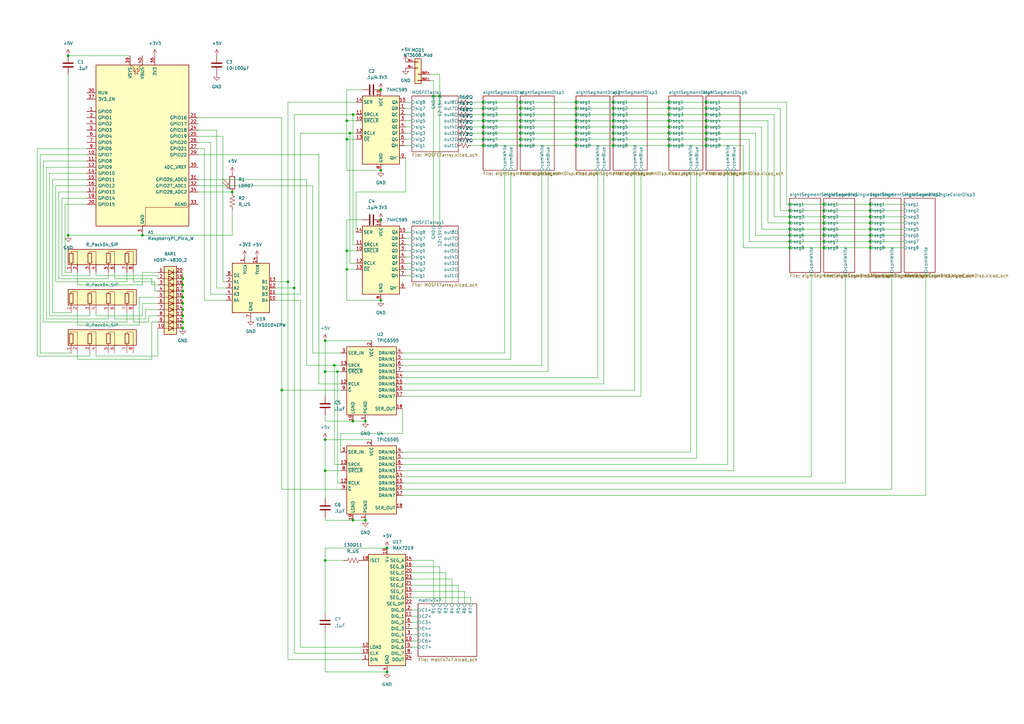
<source format=kicad_sch>
(kicad_sch (version 20250114) (generator "eeschema") (generator_version "9.0")
  (paper "A3")
  (lib_symbols
    (symbol "74xx:74HC595"
      (property "Reference" "U" (at -7.62 13.97 0))
      (property "Value" "74HC595" (at -7.62 -16.51 0))
      (symbol "74HC595_1_0"
        (pin input line (at -10.16 10.16 0) (length 2.54) (name "SER") (number "14"))
        (pin input line (at -10.16 5.08 0) (length 2.54) (name "SRCLK") (number "11"))
        (pin input line (at -10.16 2.54 0) (length 2.54) (name "~{SRCLR}") (number "10"))
        (pin input line (at -10.16 -2.54 0) (length 2.54) (name "RCLK") (number "12"))
        (pin input line (at -10.16 -5.08 0) (length 2.54) (name "~{OE}") (number "13"))
        (pin power_in line (at 0 15.24 270) (length 2.54) (name "VCC") (number "16"))
        (pin power_in line (at 0 -17.78 90) (length 2.54) (name "GND") (number "8"))
        (pin tri_state line (at 10.16 10.16 180) (length 2.54) (name "QA") (number "15"))
        (pin tri_state line (at 10.16 7.62 180) (length 2.54) (name "QB") (number "1"))
        (pin tri_state line (at 10.16 5.08 180) (length 2.54) (name "QC") (number "2"))
        (pin tri_state line (at 10.16 2.54 180) (length 2.54) (name "QD") (number "3"))
        (pin tri_state line (at 10.16 0 180) (length 2.54) (name "QE") (number "4"))
        (pin tri_state line (at 10.16 -2.54 180) (length 2.54) (name "QF") (number "5"))
        (pin tri_state line (at 10.16 -5.08 180) (length 2.54) (name "QG") (number "6"))
        (pin tri_state line (at 10.16 -7.62 180) (length 2.54) (name "QH") (number "7"))
        (pin output line (at 10.16 -12.7 180) (length 2.54) (name "QH'") (number "9"))
      )
    )
    (symbol "Connector_Generic:Conn_01x04" (pin_names (offset 1.016) (hide yes))
      (property "Reference" "MOD1" (at 0 7.366 0))
      (property "Value" "MT3608_Mod" (at 0 5.334 0))
      (symbol "Conn_01x04_1_1"
        (pin power_in line (at -5.08 2.54 0) (length 3.81) (name "Pin_1") (number "IN+"))
        (pin power_in line (at -5.08 0 0) (length 3.81) (name "Pin_2") (number "IN-"))
        (pin power_out line (at 5.08 -2.54 180) (length 3.81) (name "Pin_3") (number "OUT+"))
        (pin power_out line (at 5.08 -5.08 180) (length 3.81) (name "Pin_4") (number "OUT-"))
      )
    )
    (symbol "Device:C" (pin_numbers (hide yes)) (pin_names (offset 0.254))
      (property "Reference" "C" (at 0.635 2.54 0))
      (property "Value" "C" (at 0.635 -2.54 0))
      (symbol "C_1_1"
        (pin passive line (at 0 3.81 270) (length 2.794) (name "~") (number "1"))
        (pin passive line (at 0 -3.81 90) (length 2.794) (name "~") (number "2"))
      )
    )
    (symbol "Device:R_Pack04_SIP" (pin_names (offset 0) (hide yes))
      (property "Reference" "RN" (at -15.24 0 90))
      (property "Value" "R_Pack04_SIP" (at 15.24 0 90))
      (symbol "R_Pack04_SIP_1_1"
        (pin passive line (at -12.7 -5.08 90) (length 3.81) (name "R1.1") (number "1"))
        (pin passive line (at -10.16 -5.08 90) (length 3.81) (name "R1.2") (number "2"))
        (pin passive line (at -5.08 -5.08 90) (length 3.81) (name "R2.1") (number "3"))
        (pin passive line (at -2.54 -5.08 90) (length 3.81) (name "R2.2") (number "4"))
        (pin passive line (at 2.54 -5.08 90) (length 3.81) (name "R3.1") (number "5"))
        (pin passive line (at 5.08 -5.08 90) (length 3.81) (name "R3.2") (number "6"))
        (pin passive line (at 10.16 -5.08 90) (length 3.81) (name "R4.1") (number "7"))
        (pin passive line (at 12.7 -5.08 90) (length 3.81) (name "R4.2") (number "8"))
      )
    )
    (symbol "Device:R_Small_US" (pin_numbers (hide yes)) (pin_names (offset 0.254) (hide yes))
      (property "Reference" "R" (at 0.762 0.508 0))
      (property "Value" "R_Small_US" (at 0.762 -1.016 0))
      (symbol "R_Small_US_1_1"
        (pin passive line (at 0 2.54 270) (length 1.016) (name "~") (number "1"))
        (pin passive line (at 0 -2.54 90) (length 1.016) (name "~") (number "2"))
      )
    )
    (symbol "Device:R_US" (pin_numbers (hide yes)) (pin_names (offset 0))
      (property "Reference" "R" (at 2.54 0 90))
      (property "Value" "R_US" (at -2.54 0 90))
      (symbol "R_US_1_1"
        (pin passive line (at 0 3.81 270) (length 1.27) (name "~") (number "1"))
        (pin passive line (at 0 -3.81 90) (length 1.27) (name "~") (number "2"))
      )
    )
    (symbol "Driver_LED:MAX7219"
      (property "Reference" "U" (at -6.35 24.13 0))
      (property "Value" "MAX7219" (at 1.27 25.4 0))
      (symbol "MAX7219_1_1"
        (pin input line (at -10.16 20.32 0) (length 2.54) (name "ISET") (number "18"))
        (pin input line (at -10.16 -15.24 0) (length 2.54) (name "LOAD") (number "12"))
        (pin input line (at -10.16 -17.78 0) (length 2.54) (name "CLK") (number "13"))
        (pin input line (at -10.16 -20.32 0) (length 2.54) (name "DIN") (number "1"))
        (pin power_in line (at 0 25.4 270) (length 2.54) (name "V+") (number "19"))
        (pin power_in line (at 0 -25.4 90) (length 2.54) (name "GND") (number "4"))
        (pin passive line (at 0 -25.4 90) (length 2.54) (hide yes) (name "GND") (number "9"))
        (pin output line (at 10.16 20.32 180) (length 2.54) (name "SEG_A") (number "14"))
        (pin output line (at 10.16 17.78 180) (length 2.54) (name "SEG_B") (number "16"))
        (pin output line (at 10.16 15.24 180) (length 2.54) (name "SEG_C") (number "20"))
        (pin output line (at 10.16 12.7 180) (length 2.54) (name "SEG_D") (number "23"))
        (pin output line (at 10.16 10.16 180) (length 2.54) (name "SEG_E") (number "21"))
        (pin output line (at 10.16 7.62 180) (length 2.54) (name "SEG_F") (number "15"))
        (pin output line (at 10.16 5.08 180) (length 2.54) (name "SEG_G") (number "17"))
        (pin output line (at 10.16 2.54 180) (length 2.54) (name "SEG_DP") (number "22"))
        (pin output line (at 10.16 0 180) (length 2.54) (name "DIG_0") (number "2"))
        (pin output line (at 10.16 -2.54 180) (length 2.54) (name "DIG_1") (number "11"))
        (pin output line (at 10.16 -5.08 180) (length 2.54) (name "DIG_2") (number "6"))
        (pin output line (at 10.16 -7.62 180) (length 2.54) (name "DIG_3") (number "7"))
        (pin output line (at 10.16 -10.16 180) (length 2.54) (name "DIG_4") (number "3"))
        (pin output line (at 10.16 -12.7 180) (length 2.54) (name "DIG_5") (number "10"))
        (pin output line (at 10.16 -15.24 180) (length 2.54) (name "DIG_6") (number "5"))
        (pin output line (at 10.16 -17.78 180) (length 2.54) (name "DIG_7") (number "8"))
        (pin output line (at 10.16 -20.32 180) (length 2.54) (name "DOUT") (number "24"))
      )
    )
    (symbol "Interface_Expansion:TPIC6595" (pin_names (offset 0.381))
      (property "Reference" "U" (at -8.89 13.97 0))
      (property "Value" "TPIC6595" (at 6.35 13.97 0))
      (symbol "TPIC6595_1_1"
        (pin input line (at -12.7 10.16 0) (length 2.54) (name "SER_IN") (number "3"))
        (pin input line (at -12.7 5.08 0) (length 2.54) (name "SRCK") (number "13"))
        (pin input line (at -12.7 2.54 0) (length 2.54) (name "~{SRCLR}") (number "8"))
        (pin input line (at -12.7 -2.54 0) (length 2.54) (name "RCLK") (number "12"))
        (pin input line (at -12.7 -5.08 0) (length 2.54) (name "~{G}") (number "9"))
        (pin power_in line (at -7.62 -17.78 90) (length 2.54) (name "LGND") (number "19"))
        (pin power_in line (at -2.54 -17.78 90) (length 2.54) (name "PGND") (number "1"))
        (pin passive line (at -2.54 -17.78 90) (length 2.54) (hide yes) (name "PGND") (number "10"))
        (pin passive line (at -2.54 -17.78 90) (length 2.54) (hide yes) (name "PGND") (number "11"))
        (pin passive line (at -2.54 -17.78 90) (length 2.54) (hide yes) (name "PGND") (number "20"))
        (pin power_in line (at 0 15.24 270) (length 2.54) (name "VCC") (number "2"))
        (pin open_collector line (at 12.7 10.16 180) (length 2.54) (name "DRAIN0") (number "4"))
        (pin open_collector line (at 12.7 7.62 180) (length 2.54) (name "DRAIN1") (number "5"))
        (pin open_collector line (at 12.7 5.08 180) (length 2.54) (name "DRAIN2") (number "6"))
        (pin open_collector line (at 12.7 2.54 180) (length 2.54) (name "DRAIN3") (number "7"))
        (pin open_collector line (at 12.7 0 180) (length 2.54) (name "DRAIN4") (number "14"))
        (pin open_collector line (at 12.7 -2.54 180) (length 2.54) (name "DRAIN5") (number "15"))
        (pin open_collector line (at 12.7 -5.08 180) (length 2.54) (name "DRAIN6") (number "16"))
        (pin open_collector line (at 12.7 -7.62 180) (length 2.54) (name "DRAIN7") (number "17"))
        (pin output line (at 12.7 -12.7 180) (length 2.54) (name "SER_OUT") (number "18"))
      )
    )
    (symbol "LED:HDSP-4830_2" (pin_names (offset 1.016) (hide yes))
      (property "Reference" "BAR" (at 0 15.24 0))
      (property "Value" "HDSP-4830_2" (at 0 -17.78 0))
      (symbol "HDSP-4830_2_1_1"
        (pin passive line (at -5.08 10.16 0) (length 2.54) (name "A") (number "1"))
        (pin passive line (at -5.08 7.62 0) (length 2.54) (name "A") (number "2"))
        (pin passive line (at -5.08 5.08 0) (length 2.54) (name "A") (number "3"))
        (pin passive line (at -5.08 2.54 0) (length 2.54) (name "A") (number "4"))
        (pin passive line (at -5.08 0 0) (length 2.54) (name "A") (number "5"))
        (pin passive line (at -5.08 -2.54 0) (length 2.54) (name "A") (number "6"))
        (pin passive line (at -5.08 -5.08 0) (length 2.54) (name "A") (number "7"))
        (pin passive line (at -5.08 -7.62 0) (length 2.54) (name "A") (number "8"))
        (pin passive line (at -5.08 -10.16 0) (length 2.54) (name "A") (number "9"))
        (pin passive line (at -5.08 -12.7 0) (length 2.54) (name "A") (number "10"))
        (pin passive line (at 5.08 10.16 180) (length 2.54) (name "K") (number "20"))
        (pin passive line (at 5.08 7.62 180) (length 2.54) (name "K") (number "19"))
        (pin passive line (at 5.08 5.08 180) (length 2.54) (name "K") (number "18"))
        (pin passive line (at 5.08 2.54 180) (length 2.54) (name "K") (number "17"))
        (pin passive line (at 5.08 0 180) (length 2.54) (name "K") (number "16"))
        (pin passive line (at 5.08 -2.54 180) (length 2.54) (name "K") (number "15"))
        (pin passive line (at 5.08 -5.08 180) (length 2.54) (name "K") (number "14"))
        (pin passive line (at 5.08 -7.62 180) (length 2.54) (name "K") (number "13"))
        (pin passive line (at 5.08 -10.16 180) (length 2.54) (name "K") (number "12"))
        (pin passive line (at 5.08 -12.7 180) (length 2.54) (name "K") (number "11"))
      )
    )
    (symbol "Logic_LevelTranslator:TXS0104EPW"
      (property "Reference" "U" (at -7.62 11.43 0))
      (property "Value" "TXS0104EPW" (at 3.81 11.43 0))
      (symbol "TXS0104EPW_1_0"
        (pin no_connect line (at -7.62 -7.62 0) (length 2.54) (hide yes) (name "NC") (number "6"))
        (pin no_connect line (at 7.62 -7.62 180) (length 2.54) (hide yes) (name "NC") (number "9"))
      )
      (symbol "TXS0104EPW_1_1"
        (pin input line (at -10.16 5.08 0) (length 2.54) (name "OE") (number "8"))
        (pin bidirectional line (at -10.16 2.54 0) (length 2.54) (name "A1") (number "2"))
        (pin bidirectional line (at -10.16 0 0) (length 2.54) (name "A2") (number "3"))
        (pin bidirectional line (at -10.16 -2.54 0) (length 2.54) (name "A3") (number "4"))
        (pin bidirectional line (at -10.16 -5.08 0) (length 2.54) (name "A4") (number "5"))
        (pin power_in line (at -2.54 12.7 270) (length 2.54) (name "V_{CCA}") (number "1"))
        (pin power_in line (at 0 -12.7 90) (length 2.54) (name "GND") (number "7"))
        (pin power_in line (at 2.54 12.7 270) (length 2.54) (name "V_{CCB}") (number "14"))
        (pin bidirectional line (at 10.16 2.54 180) (length 2.54) (name "B1") (number "13"))
        (pin bidirectional line (at 10.16 0 180) (length 2.54) (name "B2") (number "12"))
        (pin bidirectional line (at 10.16 -2.54 180) (length 2.54) (name "B3") (number "11"))
        (pin bidirectional line (at 10.16 -5.08 180) (length 2.54) (name "B4") (number "10"))
      )
    )
    (symbol "MCU_Module:RaspberryPi_Pico_W" (pin_names (offset 0.762))
      (property "Reference" "A" (at -19.05 35.56 0))
      (property "Value" "RaspberryPi_Pico_W" (at 7.62 35.56 0))
      (symbol "RaspberryPi_Pico_W_1_1"
        (pin passive line (at -22.86 22.86 0) (length 3.81) (name "RUN") (number "30"))
        (pin passive line (at -22.86 20.32 0) (length 3.81) (name "3V3_EN") (number "37"))
        (pin bidirectional line (at -22.86 15.24 0) (length 3.81) (name "GPIO0") (number "1"))
        (pin bidirectional line (at -22.86 12.7 0) (length 3.81) (name "GPIO1") (number "2"))
        (pin bidirectional line (at -22.86 10.16 0) (length 3.81) (name "GPIO2") (number "4"))
        (pin bidirectional line (at -22.86 7.62 0) (length 3.81) (name "GPIO3") (number "5"))
        (pin bidirectional line (at -22.86 5.08 0) (length 3.81) (name "GPIO4") (number "6"))
        (pin bidirectional line (at -22.86 2.54 0) (length 3.81) (name "GPIO5") (number "7"))
        (pin bidirectional line (at -22.86 0 0) (length 3.81) (name "GPIO6") (number "9"))
        (pin bidirectional line (at -22.86 -2.54 0) (length 3.81) (name "GPIO7") (number "10"))
        (pin bidirectional line (at -22.86 -5.08 0) (length 3.81) (name "GPIO8") (number "11"))
        (pin bidirectional line (at -22.86 -7.62 0) (length 3.81) (name "GPIO9") (number "12"))
        (pin bidirectional line (at -22.86 -10.16 0) (length 3.81) (name "GPIO10") (number "14"))
        (pin bidirectional line (at -22.86 -12.7 0) (length 3.81) (name "GPIO11") (number "15"))
        (pin bidirectional line (at -22.86 -15.24 0) (length 3.81) (name "GPIO12") (number "16"))
        (pin bidirectional line (at -22.86 -17.78 0) (length 3.81) (name "GPIO13") (number "17"))
        (pin bidirectional line (at -22.86 -20.32 0) (length 3.81) (name "GPIO14") (number "19"))
        (pin bidirectional line (at -22.86 -22.86 0) (length 3.81) (name "GPIO15") (number "20"))
        (pin power_in line (at -5.08 38.1 270) (length 3.81) (name "VSYS") (number "39"))
        (pin power_out line (at 0 38.1 270) (length 3.81) (name "VBUS") (number "40"))
        (pin passive line (at 0 -35.56 90) (length 3.81) (hide yes) (name "GND") (number "13"))
        (pin passive line (at 0 -35.56 90) (length 3.81) (hide yes) (name "GND") (number "18"))
        (pin passive line (at 0 -35.56 90) (length 3.81) (hide yes) (name "GND") (number "23"))
        (pin passive line (at 0 -35.56 90) (length 3.81) (hide yes) (name "GND") (number "28"))
        (pin power_out line (at 0 -35.56 90) (length 3.81) (name "GND") (number "3"))
        (pin passive line (at 0 -35.56 90) (length 3.81) (hide yes) (name "GND") (number "38"))
        (pin passive line (at 0 -35.56 90) (length 3.81) (hide yes) (name "GND") (number "8"))
        (pin power_out line (at 5.08 38.1 270) (length 3.81) (name "3V3") (number "36"))
        (pin bidirectional line (at 22.86 12.7 180) (length 3.81) (name "GPIO16") (number "21"))
        (pin bidirectional line (at 22.86 10.16 180) (length 3.81) (name "GPIO17") (number "22"))
        (pin bidirectional line (at 22.86 7.62 180) (length 3.81) (name "GPIO18") (number "24"))
        (pin bidirectional line (at 22.86 5.08 180) (length 3.81) (name "GPIO19") (number "25"))
        (pin bidirectional line (at 22.86 2.54 180) (length 3.81) (name "GPIO20") (number "26"))
        (pin bidirectional line (at 22.86 0 180) (length 3.81) (name "GPIO21") (number "27"))
        (pin bidirectional line (at 22.86 -2.54 180) (length 3.81) (name "GPIO22") (number "29"))
        (pin power_in line (at 22.86 -7.62 180) (length 3.81) (name "ADC_VREF") (number "35"))
        (pin bidirectional line (at 22.86 -12.7 180) (length 3.81) (name "GPIO26_ADC0") (number "31"))
        (pin bidirectional line (at 22.86 -15.24 180) (length 3.81) (name "GPIO27_ADC1") (number "32"))
        (pin bidirectional line (at 22.86 -17.78 180) (length 3.81) (name "GPIO28_ADC2") (number "34"))
        (pin power_out line (at 22.86 -22.86 180) (length 3.81) (name "AGND") (number "33"))
      )
    )
    (symbol "Sensor_Optical:LDR07" (pin_numbers (hide yes)) (pin_names (offset 0))
      (property "Reference" "R" (at -5.08 0 90))
      (property "Value" "LDR07" (at 1.905 0 90))
      (symbol "LDR07_1_1"
        (pin passive line (at 0 3.81 270) (length 1.27) (name "~") (number "1"))
        (pin passive line (at 0 -3.81 90) (length 1.27) (name "~") (number "2"))
      )
    )
    (symbol "power:+3V3" (power) (pin_numbers (hide yes)) (pin_names (offset 0) (hide yes))
      (property "Value" "+3V3" (at 0 3.556 0))
      (symbol "+3V3_1_1"
        (pin power_in line (at 0 0 90) (length 0) (name "~") (number "1"))
      )
    )
    (symbol "power:+5V" (power) (pin_numbers (hide yes)) (pin_names (offset 0) (hide yes))
      (property "Value" "+5V" (at 0 3.556 0))
      (symbol "+5V_1_1"
        (pin power_in line (at 0 0 90) (length 0) (name "~") (number "1"))
      )
    )
    (symbol "power:GND" (power) (pin_numbers (hide yes)) (pin_names (offset 0) (hide yes))
      (property "Value" "GND" (at 0 -3.81 0))
      (symbol "GND_1_1"
        (pin power_in line (at 0 0 270) (length 0) (name "~") (number "1"))
      )
    )
  )
  (junction (at 289.56 46.99))
  (junction (at 198.12 59.69))
  (junction (at 356.87 101.6))
  (junction (at 337.82 88.9))
  (junction (at 74.93 119.38))
  (junction (at 251.46 46.99))
  (junction (at 274.32 54.61))
  (junction (at 58.42 96.52))
  (junction (at 289.56 59.69))
  (junction (at 213.36 54.61))
  (junction (at 274.32 52.07))
  (junction (at 251.46 41.91))
  (junction (at 289.56 44.45))
  (junction (at 236.22 44.45))
  (junction (at 323.85 101.6))
  (junction (at 74.93 114.3))
  (junction (at 323.85 88.9))
  (junction (at 337.82 83.82))
  (junction (at 337.82 86.36))
  (junction (at 337.82 96.52))
  (junction (at 144.78 172.72))
  (junction (at 27.94 96.52))
  (junction (at 144.78 46.99))
  (junction (at 236.22 52.07))
  (junction (at 289.56 41.91))
  (junction (at 115.57 160.02))
  (junction (at 289.56 49.53))
  (junction (at 198.12 52.07))
  (junction (at 149.86 213.36))
  (junction (at 198.12 41.91))
  (junction (at 95.25 78.74))
  (junction (at 337.82 93.98))
  (junction (at 289.56 57.15))
  (junction (at 236.22 54.61))
  (junction (at 356.87 96.52))
  (junction (at 74.93 134.62))
  (junction (at 74.93 124.46))
  (junction (at 323.85 83.82))
  (junction (at 236.22 49.53))
  (junction (at 27.94 22.86))
  (junction (at 274.32 44.45))
  (junction (at 323.85 93.98))
  (junction (at 133.35 229.87))
  (junction (at 74.93 121.92))
  (junction (at 213.36 46.99))
  (junction (at 156.21 123.19))
  (junction (at 74.93 129.54))
  (junction (at 74.93 116.84))
  (junction (at 198.12 46.99))
  (junction (at 118.11 115.57))
  (junction (at 180.34 39.37))
  (junction (at 251.46 49.53))
  (junction (at 142.24 110.49))
  (junction (at 236.22 46.99))
  (junction (at 198.12 49.53))
  (junction (at 323.85 96.52))
  (junction (at 158.75 275.59))
  (junction (at 274.32 59.69))
  (junction (at 236.22 41.91))
  (junction (at 156.21 90.17))
  (junction (at 156.21 36.83))
  (junction (at 213.36 52.07))
  (junction (at 213.36 57.15))
  (junction (at 323.85 91.44))
  (junction (at 289.56 54.61))
  (junction (at 251.46 54.61))
  (junction (at 198.12 54.61))
  (junction (at 213.36 59.69))
  (junction (at 337.82 99.06))
  (junction (at 144.78 213.36))
  (junction (at 177.8 39.37))
  (junction (at 142.24 57.15))
  (junction (at 137.16 149.86))
  (junction (at 356.87 91.44))
  (junction (at 323.85 86.36))
  (junction (at 236.22 59.69))
  (junction (at 198.12 44.45))
  (junction (at 213.36 41.91))
  (junction (at 356.87 83.82))
  (junction (at 337.82 91.44))
  (junction (at 356.87 99.06))
  (junction (at 198.12 57.15))
  (junction (at 149.86 172.72))
  (junction (at 251.46 52.07))
  (junction (at 120.65 118.11))
  (junction (at 133.35 139.7))
  (junction (at 158.75 224.79))
  (junction (at 156.21 69.85))
  (junction (at 251.46 44.45))
  (junction (at 142.24 49.53))
  (junction (at 274.32 57.15))
  (junction (at 74.93 132.08))
  (junction (at 213.36 49.53))
  (junction (at 274.32 41.91))
  (junction (at 133.35 193.04))
  (junction (at 356.87 86.36))
  (junction (at 274.32 49.53))
  (junction (at 138.43 152.4))
  (junction (at 251.46 57.15))
  (junction (at 323.85 99.06))
  (junction (at 251.46 59.69))
  (junction (at 236.22 57.15))
  (junction (at 274.32 46.99))
  (junction (at 142.24 102.87))
  (junction (at 133.35 180.34))
  (junction (at 74.93 127))
  (junction (at 143.51 54.61))
  (junction (at 133.35 152.4))
  (junction (at 356.87 88.9))
  (junction (at 289.56 52.07))
  (junction (at 356.87 93.98))
  (junction (at 337.82 101.6))
  (junction (at 213.36 44.45))
  (wire (pts (xy 332.74 195.58) (xy 165.1 195.58)))
  (wire (pts (xy 139.7 157.48) (xy 130.81 157.48)))
  (wire (pts (xy 52.07 128.27) (xy 52.07 132.08)))
  (wire (pts (xy 323.85 88.9) (xy 337.82 88.9)))
  (wire (pts (xy 24.13 114.3) (xy 44.45 114.3)))
  (wire (pts (xy 168.91 257.81) (xy 171.45 257.81)))
  (wire (pts (xy 323.85 88.9) (xy 317.5 88.9)))
  (wire (pts (xy 309.88 96.52) (xy 323.85 96.52)))
  (wire (pts (xy 332.74 111.76) (xy 332.74 195.58)))
  (wire (pts (xy 118.11 41.91) (xy 118.11 115.57)))
  (wire (pts (xy 142.24 57.15) (xy 142.24 69.85)))
  (wire (pts (xy 193.04 44.45) (xy 198.12 44.45)))
  (wire (pts (xy 146.05 78.74) (xy 146.05 95.25)))
  (wire (pts (xy 133.35 224.79) (xy 133.35 229.87)))
  (wire (pts (xy 59.69 127) (xy 64.77 127)))
  (wire (pts (xy 165.1 149.86) (xy 222.25 149.86)))
  (wire (pts (xy 44.45 130.81) (xy 44.45 128.27)))
  (wire (pts (xy 19.05 130.81) (xy 44.45 130.81)))
  (wire (pts (xy 133.35 212.09) (xy 133.35 213.36)))
  (wire (pts (xy 193.04 52.07) (xy 198.12 52.07)))
  (wire (pts (xy 166.37 102.87) (xy 168.91 102.87)))
  (wire (pts (xy 142.24 123.19) (xy 156.21 123.19)))
  (wire (pts (xy 185.42 237.49) (xy 185.42 247.65)))
  (wire (pts (xy 92.71 115.57) (xy 91.44 115.57)))
  (wire (pts (xy 356.87 86.36) (xy 370.84 86.36)))
  (wire (pts (xy 54.61 128.27) (xy 54.61 132.08)))
  (wire (pts (xy 31.75 147.32) (xy 31.75 144.78)))
  (wire (pts (xy 356.87 88.9) (xy 370.84 88.9)))
  (wire (pts (xy 139.7 190.5) (xy 137.16 190.5)))
  (wire (pts (xy 323.85 96.52) (xy 337.82 96.52)))
  (wire (pts (xy 213.36 49.53) (xy 236.22 49.53)))
  (wire (pts (xy 16.51 63.5) (xy 16.51 144.78)))
  (wire (pts (xy 274.32 59.69) (xy 289.56 59.69)))
  (wire (pts (xy 165.1 193.04) (xy 300.99 193.04)))
  (wire (pts (xy 166.37 95.25) (xy 168.91 95.25)))
  (wire (pts (xy 168.91 250.19) (xy 171.45 250.19)))
  (wire (pts (xy 193.04 54.61) (xy 198.12 54.61)))
  (wire (pts (xy 176.53 33.02) (xy 177.8 33.02)))
  (wire (pts (xy 63.5 115.57) (xy 63.5 119.38)))
  (wire (pts (xy 31.75 147.32) (xy 62.23 147.32)))
  (wire (pts (xy 35.56 73.66) (xy 21.59 73.66)))
  (wire (pts (xy 128.27 76.2) (xy 128.27 144.78)))
  (wire (pts (xy 64.77 134.62) (xy 64.77 146.05)))
  (wire (pts (xy 274.32 41.91) (xy 289.56 41.91)))
  (wire (pts (xy 133.35 193.04) (xy 133.35 204.47)))
  (wire (pts (xy 289.56 41.91) (xy 322.58 41.91)))
  (wire (pts (xy 289.56 49.53) (xy 314.96 49.53)))
  (wire (pts (xy 165.1 177.8) (xy 139.7 177.8)))
  (wire (pts (xy 168.91 229.87) (xy 177.8 229.87)))
  (wire (pts (xy 323.85 83.82) (xy 322.58 83.82)))
  (wire (pts (xy 26.67 111.76) (xy 29.21 111.76)))
  (wire (pts (xy 213.36 54.61) (xy 236.22 54.61)))
  (wire (pts (xy 133.35 170.18) (xy 133.35 172.72)))
  (wire (pts (xy 83.82 60.96) (xy 81.28 60.96)))
  (wire (pts (xy 31.75 128.27) (xy 31.75 133.35)))
  (wire (pts (xy 289.56 46.99) (xy 317.5 46.99)))
  (wire (pts (xy 323.85 91.44) (xy 337.82 91.44)))
  (wire (pts (xy 312.42 93.98) (xy 312.42 52.07)))
  (wire (pts (xy 289.56 54.61) (xy 309.88 54.61)))
  (wire (pts (xy 285.75 187.96) (xy 285.75 69.85)))
  (wire (pts (xy 137.16 149.86) (xy 125.73 149.86)))
  (wire (pts (xy 120.65 46.99) (xy 144.78 46.99)))
  (wire (pts (xy 120.65 118.11) (xy 120.65 46.99)))
  (wire (pts (xy 166.37 78.74) (xy 146.05 78.74)))
  (wire (pts (xy 19.05 68.58) (xy 19.05 130.81)))
  (wire (pts (xy 133.35 180.34) (xy 133.35 193.04)))
  (wire (pts (xy 142.24 90.17) (xy 148.59 90.17)))
  (wire (pts (xy 166.37 46.99) (xy 168.91 46.99)))
  (wire (pts (xy 64.77 146.05) (xy 39.37 146.05)))
  (wire (pts (xy 31.75 133.35) (xy 57.15 133.35)))
  (wire (pts (xy 168.91 234.95) (xy 182.88 234.95)))
  (wire (pts (xy 166.37 97.79) (xy 168.91 97.79)))
  (wire (pts (xy 146.05 41.91) (xy 118.11 41.91)))
  (wire (pts (xy 207.01 69.85) (xy 207.01 144.78)))
  (wire (pts (xy 21.59 73.66) (xy 21.59 128.27)))
  (wire (pts (xy 337.82 101.6) (xy 356.87 101.6)))
  (wire (pts (xy 251.46 59.69) (xy 274.32 59.69)))
  (wire (pts (xy 31.75 111.76) (xy 31.75 116.84)))
  (wire (pts (xy 356.87 91.44) (xy 370.84 91.44)))
  (wire (pts (xy 346.71 111.76) (xy 346.71 198.12)))
  (wire (pts (xy 166.37 110.49) (xy 168.91 110.49)))
  (wire (pts (xy 165.1 198.12) (xy 346.71 198.12)))
  (wire (pts (xy 74.93 121.92) (xy 74.93 124.46)))
  (wire (pts (xy 236.22 49.53) (xy 251.46 49.53)))
  (wire (pts (xy 133.35 275.59) (xy 158.75 275.59)))
  (wire (pts (xy 139.7 198.12) (xy 138.43 198.12)))
  (wire (pts (xy 289.56 52.07) (xy 312.42 52.07)))
  (wire (pts (xy 182.88 234.95) (xy 182.88 247.65)))
  (wire (pts (xy 274.32 44.45) (xy 289.56 44.45)))
  (wire (pts (xy 251.46 54.61) (xy 274.32 54.61)))
  (wire (pts (xy 168.91 232.41) (xy 180.34 232.41)))
  (wire (pts (xy 59.69 130.81) (xy 59.69 127)))
  (wire (pts (xy 323.85 99.06) (xy 337.82 99.06)))
  (wire (pts (xy 16.51 144.78) (xy 29.21 144.78)))
  (wire (pts (xy 177.8 39.37) (xy 177.8 92.71)))
  (wire (pts (xy 25.4 113.03) (xy 36.83 113.03)))
  (wire (pts (xy 166.37 54.61) (xy 168.91 54.61)))
  (wire (pts (xy 236.22 54.61) (xy 251.46 54.61)))
  (wire (pts (xy 142.24 110.49) (xy 146.05 110.49)))
  (wire (pts (xy 142.24 57.15) (xy 146.05 57.15)))
  (wire (pts (xy 120.65 267.97) (xy 148.59 267.97)))
  (wire (pts (xy 35.56 81.28) (xy 25.4 81.28)))
  (wire (pts (xy 115.57 48.26) (xy 115.57 160.02)))
  (wire (pts (xy 236.22 41.91) (xy 251.46 41.91)))
  (wire (pts (xy 52.07 111.76) (xy 52.07 115.57)))
  (wire (pts (xy 95.25 86.36) (xy 95.25 96.52)))
  (wire (pts (xy 251.46 52.07) (xy 274.32 52.07)))
  (wire (pts (xy 165.1 187.96) (xy 285.75 187.96)))
  (wire (pts (xy 142.24 49.53) (xy 142.24 57.15)))
  (wire (pts (xy 24.13 78.74) (xy 24.13 114.3)))
  (wire (pts (xy 113.03 118.11) (xy 120.65 118.11)))
  (wire (pts (xy 83.82 60.96) (xy 83.82 123.19)))
  (wire (pts (xy 166.37 52.07) (xy 168.91 52.07)))
  (wire (pts (xy 274.32 46.99) (xy 289.56 46.99)))
  (wire (pts (xy 314.96 91.44) (xy 323.85 91.44)))
  (wire (pts (xy 213.36 41.91) (xy 236.22 41.91)))
  (wire (pts (xy 166.37 41.91) (xy 168.91 41.91)))
  (wire (pts (xy 91.44 55.88) (xy 91.44 115.57)))
  (wire (pts (xy 25.4 81.28) (xy 25.4 113.03)))
  (wire (pts (xy 193.04 57.15) (xy 198.12 57.15)))
  (wire (pts (xy 115.57 160.02) (xy 139.7 160.02)))
  (wire (pts (xy 62.23 132.08) (xy 64.77 132.08)))
  (wire (pts (xy 144.78 172.72) (xy 149.86 172.72)))
  (wire (pts (xy 168.91 242.57) (xy 190.5 242.57)))
  (wire (pts (xy 337.82 93.98) (xy 356.87 93.98)))
  (wire (pts (xy 274.32 54.61) (xy 289.56 54.61)))
  (wire (pts (xy 81.28 73.66) (xy 125.73 73.66)))
  (wire (pts (xy 307.34 57.15) (xy 307.34 99.06)))
  (wire (pts (xy 36.83 129.54) (xy 36.83 128.27)))
  (wire (pts (xy 142.24 36.83) (xy 148.59 36.83)))
  (wire (pts (xy 139.7 177.8) (xy 139.7 185.42)))
  (wire (pts (xy 165.1 147.32) (xy 209.55 147.32)))
  (wire (pts (xy 81.28 48.26) (xy 115.57 48.26)))
  (wire (pts (xy 198.12 41.91) (xy 213.36 41.91)))
  (wire (pts (xy 262.89 162.56) (xy 165.1 162.56)))
  (wire (pts (xy 365.76 200.66) (xy 365.76 111.76)))
  (wire (pts (xy 86.36 58.42) (xy 86.36 120.65)))
  (wire (pts (xy 26.67 83.82) (xy 26.67 111.76)))
  (wire (pts (xy 54.61 115.57) (xy 63.5 115.57)))
  (wire (pts (xy 74.93 116.84) (xy 74.93 119.38)))
  (wire (pts (xy 113.03 123.19) (xy 123.19 123.19)))
  (wire (pts (xy 133.35 172.72) (xy 144.78 172.72)))
  (wire (pts (xy 81.28 78.74) (xy 95.25 78.74)))
  (wire (pts (xy 133.35 224.79) (xy 158.75 224.79)))
  (wire (pts (xy 180.34 232.41) (xy 180.34 247.65)))
  (wire (pts (xy 137.16 190.5) (xy 137.16 149.86)))
  (wire (pts (xy 16.51 63.5) (xy 35.56 63.5)))
  (wire (pts (xy 251.46 41.91) (xy 274.32 41.91)))
  (wire (pts (xy 165.1 154.94) (xy 245.11 154.94)))
  (wire (pts (xy 165.1 160.02) (xy 260.35 160.02)))
  (wire (pts (xy 143.51 54.61) (xy 146.05 54.61)))
  (wire (pts (xy 62.23 116.84) (xy 64.77 116.84)))
  (wire (pts (xy 213.36 46.99) (xy 236.22 46.99)))
  (wire (pts (xy 165.1 200.66) (xy 365.76 200.66)))
  (wire (pts (xy 166.37 100.33) (xy 168.91 100.33)))
  (wire (pts (xy 138.43 152.4) (xy 139.7 152.4)))
  (wire (pts (xy 60.96 129.54) (xy 64.77 129.54)))
  (wire (pts (xy 39.37 113.03) (xy 64.77 113.03)))
  (wire (pts (xy 245.11 69.85) (xy 245.11 154.94)))
  (wire (pts (xy 133.35 139.7) (xy 133.35 152.4)))
  (wire (pts (xy 166.37 59.69) (xy 168.91 59.69)))
  (wire (pts (xy 207.01 144.78) (xy 165.1 144.78)))
  (wire (pts (xy 274.32 57.15) (xy 289.56 57.15)))
  (wire (pts (xy 289.56 57.15) (xy 307.34 57.15)))
  (wire (pts (xy 133.35 229.87) (xy 140.97 229.87)))
  (wire (pts (xy 35.56 76.2) (xy 22.86 76.2)))
  (wire (pts (xy 15.24 60.96) (xy 15.24 146.05)))
  (wire (pts (xy 144.78 46.99) (xy 144.78 100.33)))
  (wire (pts (xy 304.8 59.69) (xy 304.8 101.6)))
  (wire (pts (xy 168.91 237.49) (xy 185.42 237.49)))
  (wire (pts (xy 309.88 54.61) (xy 309.88 96.52)))
  (wire (pts (xy 168.91 265.43) (xy 171.45 265.43)))
  (wire (pts (xy 337.82 96.52) (xy 356.87 96.52)))
  (wire (pts (xy 17.78 132.08) (xy 52.07 132.08)))
  (wire (pts (xy 15.24 146.05) (xy 36.83 146.05)))
  (wire (pts (xy 251.46 57.15) (xy 274.32 57.15)))
  (wire (pts (xy 27.94 96.52) (xy 58.42 96.52)))
  (wire (pts (xy 81.28 53.34) (xy 88.9 53.34)))
  (wire (pts (xy 323.85 93.98) (xy 312.42 93.98)))
  (wire (pts (xy 58.42 111.76) (xy 64.77 111.76)))
  (wire (pts (xy 63.5 119.38) (xy 64.77 119.38)))
  (wire (pts (xy 60.96 132.08) (xy 60.96 129.54)))
  (wire (pts (xy 46.99 114.3) (xy 62.23 114.3)))
  (wire (pts (xy 247.65 69.85) (xy 247.65 157.48)))
  (wire (pts (xy 193.04 49.53) (xy 198.12 49.53)))
  (wire (pts (xy 289.56 44.45) (xy 320.04 44.45)))
  (wire (pts (xy 379.73 111.76) (xy 379.73 203.2)))
  (wire (pts (xy 128.27 144.78) (xy 139.7 144.78)))
  (wire (pts (xy 142.24 36.83) (xy 142.24 49.53)))
  (wire (pts (xy 146.05 107.95) (xy 143.51 107.95)))
  (wire (pts (xy 320.04 86.36) (xy 323.85 86.36)))
  (wire (pts (xy 142.24 90.17) (xy 142.24 102.87)))
  (wire (pts (xy 274.32 52.07) (xy 289.56 52.07)))
  (wire (pts (xy 31.75 116.84) (xy 58.42 116.84)))
  (wire (pts (xy 165.1 157.48) (xy 247.65 157.48)))
  (wire (pts (xy 142.24 102.87) (xy 146.05 102.87)))
  (wire (pts (xy 283.21 185.42) (xy 165.1 185.42)))
  (wire (pts (xy 337.82 86.36) (xy 356.87 86.36)))
  (wire (pts (xy 166.37 105.41) (xy 168.91 105.41)))
  (wire (pts (xy 39.37 129.54) (xy 58.42 129.54)))
  (wire (pts (xy 74.93 111.76) (xy 74.93 114.3)))
  (wire (pts (xy 74.93 129.54) (xy 74.93 132.08)))
  (wire (pts (xy 356.87 93.98) (xy 370.84 93.98)))
  (wire (pts (xy 64.77 113.03) (xy 64.77 114.3)))
  (wire (pts (xy 198.12 46.99) (xy 213.36 46.99)))
  (wire (pts (xy 39.37 111.76) (xy 39.37 113.03)))
  (wire (pts (xy 138.43 198.12) (xy 138.43 152.4)))
  (wire (pts (xy 46.99 111.76) (xy 46.99 114.3)))
  (wire (pts (xy 337.82 83.82) (xy 356.87 83.82)))
  (wire (pts (xy 142.24 69.85) (xy 156.21 69.85)))
  (wire (pts (xy 46.99 130.81) (xy 59.69 130.81)))
  (wire (pts (xy 22.86 76.2) (xy 22.86 115.57)))
  (wire (pts (xy 236.22 57.15) (xy 251.46 57.15)))
  (wire (pts (xy 274.32 49.53) (xy 289.56 49.53)))
  (wire (pts (xy 133.35 139.7) (xy 152.4 139.7)))
  (wire (pts (xy 39.37 128.27) (xy 39.37 129.54)))
  (wire (pts (xy 198.12 52.07) (xy 213.36 52.07)))
  (wire (pts (xy 133.35 213.36) (xy 144.78 213.36)))
  (wire (pts (xy 283.21 69.85) (xy 283.21 185.42)))
  (wire (pts (xy 92.71 118.11) (xy 88.9 118.11)))
  (wire (pts (xy 35.56 66.04) (xy 17.78 66.04)))
  (wire (pts (xy 81.28 58.42) (xy 86.36 58.42)))
  (wire (pts (xy 322.58 83.82) (xy 322.58 41.91)))
  (wire (pts (xy 57.15 121.92) (xy 64.77 121.92)))
  (wire (pts (xy 209.55 69.85) (xy 209.55 147.32)))
  (wire (pts (xy 130.81 157.48) (xy 130.81 63.5)))
  (wire (pts (xy 193.04 245.11) (xy 193.04 247.65)))
  (wire (pts (xy 198.12 44.45) (xy 213.36 44.45)))
  (wire (pts (xy 168.91 262.89) (xy 171.45 262.89)))
  (wire (pts (xy 236.22 52.07) (xy 251.46 52.07)))
  (wire (pts (xy 193.04 59.69) (xy 198.12 59.69)))
  (wire (pts (xy 165.1 203.2) (xy 379.73 203.2)))
  (wire (pts (xy 44.45 114.3) (xy 44.45 111.76)))
  (wire (pts (xy 133.35 259.08) (xy 133.35 275.59)))
  (wire (pts (xy 323.85 101.6) (xy 337.82 101.6)))
  (wire (pts (xy 113.03 120.65) (xy 123.19 120.65)))
  (wire (pts (xy 144.78 46.99) (xy 146.05 46.99)))
  (wire (pts (xy 187.96 240.03) (xy 187.96 247.65)))
  (wire (pts (xy 298.45 190.5) (xy 165.1 190.5)))
  (wire (pts (xy 356.87 101.6) (xy 370.84 101.6)))
  (wire (pts (xy 193.04 46.99) (xy 198.12 46.99)))
  (wire (pts (xy 166.37 44.45) (xy 168.91 44.45)))
  (wire (pts (xy 166.37 49.53) (xy 168.91 49.53)))
  (wire (pts (xy 168.91 260.35) (xy 171.45 260.35)))
  (wire (pts (xy 213.36 52.07) (xy 236.22 52.07)))
  (wire (pts (xy 62.23 114.3) (xy 62.23 116.84)))
  (wire (pts (xy 21.59 128.27) (xy 29.21 128.27)))
  (wire (pts (xy 236.22 44.45) (xy 251.46 44.45)))
  (wire (pts (xy 356.87 96.52) (xy 370.84 96.52)))
  (wire (pts (xy 142.24 110.49) (xy 142.24 123.19)))
  (wire (pts (xy 123.19 120.65) (xy 123.19 54.61)))
  (wire (pts (xy 236.22 59.69) (xy 251.46 59.69)))
  (wire (pts (xy 35.56 83.82) (xy 26.67 83.82)))
  (wire (pts (xy 317.5 88.9) (xy 317.5 46.99)))
  (wire (pts (xy 180.34 30.48) (xy 176.53 30.48)))
  (wire (pts (xy 356.87 99.06) (xy 370.84 99.06)))
  (wire (pts (xy 35.56 78.74) (xy 24.13 78.74)))
  (wire (pts (xy 168.91 245.11) (xy 193.04 245.11)))
  (wire (pts (xy 190.5 242.57) (xy 190.5 247.65)))
  (wire (pts (xy 74.93 127) (xy 74.93 129.54)))
  (wire (pts (xy 125.73 149.86) (xy 125.73 73.66)))
  (wire (pts (xy 166.37 57.15) (xy 168.91 57.15)))
  (wire (pts (xy 166.37 64.77) (xy 166.37 78.74)))
  (wire (pts (xy 83.82 123.19) (xy 92.71 123.19)))
  (wire (pts (xy 180.34 39.37) (xy 180.34 92.71)))
  (wire (pts (xy 27.94 30.48) (xy 27.94 96.52)))
  (wire (pts (xy 193.04 41.91) (xy 198.12 41.91)))
  (wire (pts (xy 118.11 115.57) (xy 118.11 270.51)))
  (wire (pts (xy 133.35 193.04) (xy 139.7 193.04)))
  (wire (pts (xy 15.24 60.96) (xy 35.56 60.96)))
  (wire (pts (xy 323.85 93.98) (xy 337.82 93.98)))
  (wire (pts (xy 337.82 88.9) (xy 356.87 88.9)))
  (wire (pts (xy 54.61 111.76) (xy 54.61 115.57)))
  (wire (pts (xy 123.19 265.43) (xy 148.59 265.43)))
  (wire (pts (xy 144.78 213.36) (xy 149.86 213.36)))
  (wire (pts (xy 138.43 152.4) (xy 133.35 152.4)))
  (wire (pts (xy 81.28 76.2) (xy 128.27 76.2)))
  (wire (pts (xy 88.9 53.34) (xy 88.9 118.11)))
  (wire (pts (xy 74.93 114.3) (xy 74.93 116.84)))
  (wire (pts (xy 139.7 149.86) (xy 137.16 149.86)))
  (wire (pts (xy 62.23 147.32) (xy 62.23 132.08)))
  (wire (pts (xy 314.96 49.53) (xy 314.96 91.44)))
  (wire (pts (xy 166.37 107.95) (xy 168.91 107.95)))
  (wire (pts (xy 251.46 46.99) (xy 274.32 46.99)))
  (wire (pts (xy 81.28 63.5) (xy 130.81 63.5)))
  (wire (pts (xy 113.03 115.57) (xy 118.11 115.57)))
  (wire (pts (xy 260.35 69.85) (xy 260.35 160.02)))
  (wire (pts (xy 58.42 96.52) (xy 95.25 96.52)))
  (wire (pts (xy 177.8 33.02) (xy 177.8 39.37)))
  (wire (pts (xy 58.42 116.84) (xy 58.42 111.76)))
  (wire (pts (xy 17.78 66.04) (xy 17.78 132.08)))
  (wire (pts (xy 58.42 124.46) (xy 64.77 124.46)))
  (wire (pts (xy 139.7 200.66) (xy 115.57 200.66)))
  (wire (pts (xy 356.87 83.82) (xy 370.84 83.82)))
  (wire (pts (xy 213.36 57.15) (xy 236.22 57.15)))
  (wire (pts (xy 198.12 59.69) (xy 213.36 59.69)))
  (wire (pts (xy 46.99 128.27) (xy 46.99 130.81)))
  (wire (pts (xy 180.34 30.48) (xy 180.34 39.37)))
  (wire (pts (xy 74.93 119.38) (xy 74.93 121.92)))
  (wire (pts (xy 320.04 44.45) (xy 320.04 86.36)))
  (wire (pts (xy 304.8 101.6) (xy 323.85 101.6)))
  (wire (pts (xy 36.83 146.05) (xy 36.83 144.78)))
  (wire (pts (xy 298.45 69.85) (xy 298.45 190.5)))
  (wire (pts (xy 74.93 124.46) (xy 74.93 127)))
  (wire (pts (xy 300.99 69.85) (xy 300.99 193.04)))
  (wire (pts (xy 22.86 115.57) (xy 52.07 115.57)))
  (wire (pts (xy 35.56 71.12) (xy 20.32 71.12)))
  (wire (pts (xy 165.1 167.64) (xy 165.1 177.8)))
  (wire (pts (xy 337.82 91.44) (xy 356.87 91.44)))
  (wire (pts (xy 323.85 83.82) (xy 337.82 83.82)))
  (wire (pts (xy 165.1 152.4) (xy 224.79 152.4)))
  (wire (pts (xy 224.79 69.85) (xy 224.79 152.4)))
  (wire (pts (xy 337.82 99.06) (xy 356.87 99.06)))
  (wire (pts (xy 20.32 129.54) (xy 36.83 129.54)))
  (wire (pts (xy 168.91 240.03) (xy 187.96 240.03)))
  (wire (pts (xy 251.46 49.53) (xy 274.32 49.53)))
  (wire (pts (xy 118.11 270.51) (xy 148.59 270.51)))
  (wire (pts (xy 198.12 49.53) (xy 213.36 49.53)))
  (wire (pts (xy 222.25 69.85) (xy 222.25 149.86)))
  (wire (pts (xy 123.19 123.19) (xy 123.19 265.43)))
  (wire (pts (xy 58.42 129.54) (xy 58.42 124.46)))
  (wire (pts (xy 166.37 113.03) (xy 168.91 113.03)))
  (wire (pts (xy 177.8 229.87) (xy 177.8 247.65)))
  (wire (pts (xy 262.89 69.85) (xy 262.89 162.56)))
  (wire (pts (xy 74.93 132.08) (xy 74.93 134.62)))
  (wire (pts (xy 198.12 57.15) (xy 213.36 57.15)))
  (wire (pts (xy 251.46 44.45) (xy 274.32 44.45)))
  (wire (pts (xy 213.36 59.69) (xy 236.22 59.69)))
  (wire (pts (xy 20.32 71.12) (xy 20.32 129.54)))
  (wire (pts (xy 133.35 229.87) (xy 133.35 251.46)))
  (wire (pts (xy 86.36 120.65) (xy 92.71 120.65)))
  (wire (pts (xy 35.56 68.58) (xy 19.05 68.58)))
  (wire (pts (xy 115.57 160.02) (xy 115.57 200.66)))
  (wire (pts (xy 198.12 54.61) (xy 213.36 54.61)))
  (wire (pts (xy 133.35 180.34) (xy 152.4 180.34)))
  (wire (pts (xy 236.22 46.99) (xy 251.46 46.99)))
  (wire (pts (xy 213.36 44.45) (xy 236.22 44.45)))
  (wire (pts (xy 323.85 99.06) (xy 307.34 99.06)))
  (wire (pts (xy 53.34 22.86) (xy 27.94 22.86)))
  (wire (pts (xy 143.51 107.95) (xy 143.51 54.61)))
  (wire (pts (xy 39.37 146.05) (xy 39.37 144.78)))
  (wire (pts (xy 323.85 86.36) (xy 337.82 86.36)))
  (wire (pts (xy 168.91 255.27) (xy 171.45 255.27)))
  (wire (pts (xy 123.19 54.61) (xy 143.51 54.61)))
  (wire (pts (xy 142.24 102.87) (xy 142.24 110.49)))
  (wire (pts (xy 133.35 152.4) (xy 133.35 162.56)))
  (wire (pts (xy 168.91 252.73) (xy 171.45 252.73)))
  (wire (pts (xy 36.83 111.76) (xy 36.83 113.03)))
  (wire (pts (xy 81.28 55.88) (xy 91.44 55.88)))
  (wire (pts (xy 289.56 59.69) (xy 304.8 59.69)))
  (wire (pts (xy 57.15 133.35) (xy 57.15 121.92)))
  (wire (pts (xy 142.24 49.53) (xy 146.05 49.53)))
  (wire (pts (xy 146.05 100.33) (xy 144.78 100.33)))
  (wire (pts (xy 54.61 132.08) (xy 60.96 132.08)))
  (wire (pts (xy 120.65 118.11) (xy 120.65 267.97)))
  (symbol (lib_id "Device:C") (at 88.9 26.67 0) (unit 1)
    (property "Reference" "C3" (at 92.71 25.3999 0) (effects (justify left)))
    (property "Value" "10~100μF" (at 92.71 27.9399 0) (effects (justify left)))
    (property "Description" "Unpolarized capacitor" (effects (hide yes)))
  )
  (symbol (lib_id "power:+3V3") (at 156.21 90.17 0) (unit 1)
    (property "Reference" "#PWR09" (effects (hide yes)))
    (property "Value" "+3V3" (at 156.21 85.09 0))
    (property "Description" "Power symbol creates a global label with name \"+3V3\"" (effects (hide yes)))
  )
  (symbol (lib_id "power:GND") (at 166.37 27.94 0) (unit 1)
    (property "Reference" "#PWR023" (effects (hide yes)))
    (property "Value" "GND" (at 166.37 33.02 0))
    (property "Description" "Power symbol creates a global label with name \"GND\" , ground" (effects (hide yes)))
  )
  (symbol (lib_id "Device:R_Small_US") (at 190.5 44.45 90) (unit 1)
    (property "Reference" "R67" (at 188.214 42.418 90) (effects (justify right)))
    (property "Value" "?Ω" (at 191.262 42.418 90) (effects (justify right)))
    (property "Description" "Resistor, small US symbol" (effects (hide yes)))
  )
  (symbol (lib_id "Device:C") (at 133.35 166.37 180) (unit 1)
    (property "Reference" "C5" (at 137.16 165.0999 0) (effects (justify right)))
    (property "Value" ".1μF" (at 137.16 167.6399 0) (effects (justify right)))
    (property "Description" "Unpolarized capacitor" (effects (hide yes)))
  )
  (symbol (lib_id "power:+5V") (at 27.94 22.86 0) (unit 1)
    (property "Reference" "#PWR03" (effects (hide yes)))
    (property "Value" "+5V" (at 27.94 17.78 0))
    (property "Description" "Power symbol creates a global label with name \"+5V\"" (effects (hide yes)))
  )
  (symbol (lib_id "power:+5V") (at 158.75 224.79 0) (unit 1)
    (property "Reference" "#PWR018" (effects (hide yes)))
    (property "Value" "+5V" (at 158.75 219.71 0))
    (property "Description" "Power symbol creates a global label with name \"+5V\"" (effects (hide yes)))
  )
  (symbol (lib_id "Device:R_Pack04_SIP") (at 41.91 139.7 0) (unit 1)
    (property "Reference" "RN7" (effects (hide yes)))
    (property "Value" "R_Pack04_SIP" (at 41.91 133.35 0))
    (property "Footprint" "Resistor_THT:R_Array_SIP8" (effects (hide yes)))
    (property "Datasheet" "http://www.vishay.com/docs/31509/csc.pdf" (effects (hide yes)))
    (property "Description" "4 resistor network, parallel topology, SIP package" (effects (hide yes)))
  )
  (symbol (lib_id "Device:C") (at 133.35 208.28 180) (unit 1)
    (property "Reference" "C6" (at 137.16 207.0099 0) (effects (justify right)))
    (property "Value" ".1μF" (at 137.16 209.5499 0) (effects (justify right)))
    (property "Description" "Unpolarized capacitor" (effects (hide yes)))
  )
  (symbol (lib_id "Device:R_US") (at 144.78 229.87 270) (unit 1)
    (property "Reference" "130Ω11" (at 144.78 223.52 90))
    (property "Value" "R_US" (at 144.78 226.06 90))
    (property "Description" "Resistor, US symbol" (effects (hide yes)))
  )
  (symbol (lib_id "power:+5V") (at 133.35 180.34 0) (unit 1)
    (property "Reference" "#PWR016" (effects (hide yes)))
    (property "Value" "+5V" (at 133.35 175.26 0))
    (property "Description" "Power symbol creates a global label with name \"+5V\"" (effects (hide yes)))
  )
  (symbol (lib_id "Device:R_Small_US") (at 190.5 59.69 90) (unit 1)
    (property "Reference" "R73" (at 188.214 57.658 90) (effects (justify right)))
    (property "Value" "?Ω" (at 191.262 57.658 90) (effects (justify right)))
    (property "Description" "Resistor, small US symbol" (effects (hide yes)))
  )
  (symbol (lib_id "74xx:74HC595") (at 156.21 52.07 0) (unit 1)
    (property "Reference" "U1" (effects (hide yes)))
    (property "Value" "74HC595" (at 158.3533 36.83 0) (effects (justify left)))
    (property "Datasheet" "http://www.ti.com/lit/ds/symlink/sn74hc595.pdf" (effects (hide yes)))
    (property "Description" "8-bit serial in/out Shift Register 3-State Outputs" (effects (hide yes)))
  )
  (symbol (lib_id "power:GND") (at 88.9 30.48 0) (unit 1)
    (property "Reference" "#PWR02" (effects (hide yes)))
    (property "Value" "GND" (at 88.9 35.56 0))
    (property "Description" "Power symbol creates a global label with name \"GND\" , ground" (effects (hide yes)))
  )
  (symbol (lib_id "power:GND") (at 149.86 213.36 0) (unit 1)
    (property "Reference" "#PWR013" (effects (hide yes)))
    (property "Value" "GND" (at 149.86 218.44 0))
    (property "Description" "Power symbol creates a global label with name \"GND\" , ground" (effects (hide yes)))
  )
  (symbol (lib_id "power:+5V") (at 105.41 105.41 0) (unit 1)
    (property "Reference" "#PWR020" (effects (hide yes)))
    (property "Value" "+5V" (at 105.41 100.33 0))
    (property "Description" "Power symbol creates a global label with name \"+5V\"" (effects (hide yes)))
  )
  (symbol (lib_id "Device:R_Small_US") (at 190.5 52.07 90) (unit 1)
    (property "Reference" "R70" (at 188.214 50.038 90) (effects (justify right)))
    (property "Value" "?Ω" (at 191.262 50.038 90) (effects (justify right)))
    (property "Description" "Resistor, small US symbol" (effects (hide yes)))
  )
  (symbol (lib_id "Sensor_Optical:LDR07") (at 95.25 74.93 0) (unit 1)
    (property "Reference" "R1" (at 97.79 73.6599 0) (effects (justify left)))
    (property "Value" "LDR07" (at 97.79 76.1999 0) (effects (justify left)))
    (property "Footprint" "OptoDevice:R_LDR_5.1x4.3mm_P3.4mm_Vertical" (effects (hide yes)))
    (property "Datasheet" "http://www.tme.eu/de/Document/f2e3ad76a925811312d226c31da4cd7e/LDR07.pdf" (effects (hide yes)))
    (property "Description" "light dependent resistor" (effects (hide yes)))
  )
  (symbol (lib_id "power:+3V3") (at 156.21 36.83 0) (unit 1)
    (property "Reference" "#PWR06" (effects (hide yes)))
    (property "Value" "+3V3" (at 156.21 31.75 0))
    (property "Description" "Power symbol creates a global label with name \"+3V3\"" (effects (hide yes)))
  )
  (symbol (lib_id "power:GND") (at 102.87 130.81 0) (unit 1)
    (property "Reference" "#PWR021" (effects (hide yes)))
    (property "Value" "GND" (at 102.87 135.89 0))
    (property "Description" "Power symbol creates a global label with name \"GND\" , ground" (effects (hide yes)))
  )
  (symbol (lib_id "Device:C") (at 27.94 26.67 0) (unit 1)
    (property "Reference" "C1" (at 31.75 25.3999 0) (effects (justify left)))
    (property "Value" ".1μF" (at 31.75 27.9399 0) (effects (justify left)))
    (property "Description" "Unpolarized capacitor" (effects (hide yes)))
  )
  (symbol (lib_id "power:+5V") (at 88.9 22.86 0) (unit 1)
    (property "Reference" "#PWR01" (effects (hide yes)))
    (property "Value" "+5V" (at 88.9 17.78 0))
    (property "Description" "Power symbol creates a global label with name \"+5V\"" (effects (hide yes)))
  )
  (symbol (lib_id "Device:C") (at 152.4 90.17 90) (unit 1)
    (property "Reference" "C4" (at 152.4 82.55 90))
    (property "Value" ".1μF" (at 152.4 85.09 90))
    (property "Description" "Unpolarized capacitor" (effects (hide yes)))
  )
  (symbol (lib_id "MCU_Module:RaspberryPi_Pico_W") (at 58.42 60.96 0) (unit 1)
    (property "Reference" "A1" (at 60.5633 95.25 0) (effects (justify left)))
    (property "Value" "RaspberryPi_Pico_W" (at 60.5633 97.79 0) (effects (justify left)))
    (property "Footprint" "Module:RaspberryPi_Pico_W_SMD_HandSolder" (effects (hide yes)))
    (property "Datasheet" "https://datasheets.raspberrypi.com/picow/pico-w-datasheet.pdf" (effects (hide yes)))
    (property "Description" "Versatile and inexpensive wireless microcontroller module powered by RP2040 dual-core Arm Cortex-M0+ processor up to 133 MHz, 264kB SRAM, 2MB QSPI flash, Infineon CYW43439 2.4GHz 802.11n wireless LAN; also supports Raspberry Pi Pico 2 W" (effects (hide yes)))
  )
  (symbol (lib_id "Device:R_Small_US") (at 190.5 49.53 90) (unit 1)
    (property "Reference" "R69" (at 188.214 47.498 90) (effects (justify right)))
    (property "Value" "?Ω" (at 191.262 47.498 90) (effects (justify right)))
    (property "Description" "Resistor, small US symbol" (effects (hide yes)))
  )
  (symbol (lib_id "Device:R_Pack04_SIP") (at 41.91 123.19 0) (unit 1)
    (property "Reference" "RN6" (effects (hide yes)))
    (property "Value" "R_Pack04_SIP" (at 41.91 116.84 0))
    (property "Footprint" "Resistor_THT:R_Array_SIP8" (effects (hide yes)))
    (property "Datasheet" "http://www.vishay.com/docs/31509/csc.pdf" (effects (hide yes)))
    (property "Description" "4 resistor network, parallel topology, SIP package" (effects (hide yes)))
  )
  (symbol (lib_id "Device:R_Small_US") (at 190.5 41.91 90) (unit 1)
    (property "Reference" "R66" (at 188.214 39.878 90) (effects (justify right)))
    (property "Value" "?Ω" (at 191.262 39.878 90) (effects (justify right)))
    (property "Description" "Resistor, small US symbol" (effects (hide yes)))
  )
  (symbol (lib_id "power:GND") (at 149.86 172.72 0) (unit 1)
    (property "Reference" "#PWR012" (effects (hide yes)))
    (property "Value" "GND" (at 149.86 177.8 0))
    (property "Description" "Power symbol creates a global label with name \"GND\" , ground" (effects (hide yes)))
  )
  (symbol (lib_id "power:+3V3") (at 63.5 22.86 0) (unit 1)
    (property "Reference" "#PWR015" (effects (hide yes)))
    (property "Value" "+3V3" (at 63.5 17.78 0))
    (property "Description" "Power symbol creates a global label with name \"+3V3\"" (effects (hide yes)))
  )
  (symbol (lib_id "Interface_Expansion:TPIC6595") (at 152.4 154.94 0) (unit 1)
    (property "Reference" "U2" (at 154.5433 137.16 0) (effects (justify left)))
    (property "Value" "TPIC6595" (at 154.5433 139.7 0) (effects (justify left)))
    (property "Datasheet" "http://www.ti.com/lit/ds/symlink/tpic6595.pdf" (effects (hide yes)))
    (property "Description" "Power Logic 8-bit Shift Register, DIP-8/SOIC-8" (effects (hide yes)))
  )
  (symbol (lib_id "power:GND") (at 158.75 275.59 0) (unit 1)
    (property "Reference" "#PWR014" (effects (hide yes)))
    (property "Value" "GND" (at 158.75 280.67 0))
    (property "Description" "Power symbol creates a global label with name \"GND\" , ground" (effects (hide yes)))
  )
  (symbol (lib_id "power:+5V") (at 166.37 25.4 0) (unit 1)
    (property "Reference" "#PWR010" (effects (hide yes)))
    (property "Value" "+5V" (at 166.37 20.32 0))
    (property "Description" "Power symbol creates a global label with name \"+5V\"" (effects (hide yes)))
  )
  (symbol (lib_id "Driver_LED:MAX7219") (at 158.75 250.19 0) (unit 1)
    (property "Reference" "U17" (at 160.8933 222.25 0) (effects (justify left)))
    (property "Value" "MAX7219" (at 160.8933 224.79 0) (effects (justify left)))
    (property "Datasheet" "https://datasheets.maximintegrated.com/en/ds/MAX7219-MAX7221.pdf" (effects (hide yes)))
    (property "Description" "8-Digit LED Display Driver" (effects (hide yes)))
  )
  (symbol (lib_id "power:GND") (at 156.21 123.19 0) (unit 1)
    (property "Reference" "#PWR08" (effects (hide yes)))
    (property "Value" "GND" (at 156.21 128.27 0))
    (property "Description" "Power symbol creates a global label with name \"GND\" , ground" (effects (hide yes)))
  )
  (symbol (lib_id "power:+5V") (at 95.25 71.12 0) (unit 1)
    (property "Reference" "#PWR05" (effects (hide yes)))
    (property "Value" "+5V" (at 95.25 66.04 0))
    (property "Description" "Power symbol creates a global label with name \"+5V\"" (effects (hide yes)))
  )
  (symbol (lib_id "74xx:74HC595") (at 156.21 105.41 0) (unit 1)
    (property "Reference" "U3" (effects (hide yes)))
    (property "Value" "74HC595" (at 158.3533 90.17 0) (effects (justify left)))
    (property "Datasheet" "http://www.ti.com/lit/ds/symlink/sn74hc595.pdf" (effects (hide yes)))
    (property "Description" "8-bit serial in/out Shift Register 3-State Outputs" (effects (hide yes)))
  )
  (symbol (lib_id "Device:R_US") (at 95.25 82.55 0) (unit 1)
    (property "Reference" "R2" (at 97.79 81.2799 0) (effects (justify left)))
    (property "Value" "R_US" (at 97.79 83.8199 0) (effects (justify left)))
    (property "Description" "Resistor, US symbol" (effects (hide yes)))
  )
  (symbol (lib_id "Interface_Expansion:TPIC6595") (at 152.4 195.58 0) (unit 1)
    (property "Reference" "U4" (at 154.5433 177.8 0) (effects (justify left)))
    (property "Value" "TPIC6595" (at 154.5433 180.34 0) (effects (justify left)))
    (property "Datasheet" "http://www.ti.com/lit/ds/symlink/tpic6595.pdf" (effects (hide yes)))
    (property "Description" "Power Logic 8-bit Shift Register, DIP-8/SOIC-8" (effects (hide yes)))
  )
  (symbol (lib_id "Device:R_Small_US") (at 190.5 57.15 90) (unit 1)
    (property "Reference" "R72" (at 188.214 55.118 90) (effects (justify right)))
    (property "Value" "?Ω" (at 191.262 55.118 90) (effects (justify right)))
    (property "Description" "Resistor, small US symbol" (effects (hide yes)))
  )
  (symbol (lib_id "LED:HDSP-4830_2") (at 69.85 121.92 0) (unit 1)
    (property "Reference" "BAR1" (at 69.85 104.14 0))
    (property "Value" "HDSP-4830_2" (at 69.85 106.68 0))
    (property "Footprint" "Display:HDSP-4830" (effects (hide yes)))
    (property "Datasheet" "https://docs.broadcom.com/docs/AV02-1798EN" (effects (hide yes)))
    (property "Description" "BAR GRAPH 10 segment block, high efficiency red" (effects (hide yes)))
  )
  (symbol (lib_id "Device:R_Pack04_SIP") (at 41.91 106.68 0) (unit 1)
    (property "Reference" "RN5" (effects (hide yes)))
    (property "Value" "R_Pack04_SIP" (at 41.91 100.33 0))
    (property "Footprint" "Resistor_THT:R_Array_SIP8" (effects (hide yes)))
    (property "Datasheet" "http://www.vishay.com/docs/31509/csc.pdf" (effects (hide yes)))
    (property "Description" "4 resistor network, parallel topology, SIP package" (effects (hide yes)))
  )
  (symbol (lib_id "Logic_LevelTranslator:TXS0104EPW") (at 102.87 118.11 0) (unit 1)
    (property "Reference" "U19" (at 105.0133 130.81 0) (effects (justify left)))
    (property "Value" "TXS0104EPW" (at 105.0133 133.35 0) (effects (justify left)))
    (property "Footprint" "Package_SO:TSSOP-14_4.4x5mm_P0.65mm" (effects (hide yes)))
    (property "Datasheet" "www.ti.com/lit/ds/symlink/txs0104e.pdf" (effects (hide yes)))
    (property "Description" "Bidirectional  level-shifting voltage translator, TSSOP-14" (effects (hide yes)))
  )
  (symbol (lib_id "power:GND") (at 27.94 96.52 0) (unit 1)
    (property "Reference" "#PWR04" (effects (hide yes)))
    (property "Value" "GND" (at 27.94 101.6 0))
    (property "Description" "Power symbol creates a global label with name \"GND\" , ground" (effects (hide yes)))
  )
  (symbol (lib_id "power:GND") (at 74.93 134.62 0) (unit 1)
    (property "Reference" "#PWR022" (effects (hide yes)))
    (property "Value" "GND" (at 74.93 139.7 0))
    (property "Description" "Power symbol creates a global label with name \"GND\" , ground" (effects (hide yes)))
  )
  (symbol (lib_id "Device:R_Small_US") (at 190.5 54.61 90) (unit 1)
    (property "Reference" "R71" (at 188.214 52.578 90) (effects (justify right)))
    (property "Value" "?Ω" (at 191.262 52.578 90) (effects (justify right)))
    (property "Description" "Resistor, small US symbol" (effects (hide yes)))
  )
  (symbol (lib_id "Device:R_Small_US") (at 190.5 46.99 90) (unit 1)
    (property "Reference" "R68" (at 188.214 44.958 90) (effects (justify right)))
    (property "Value" "?Ω" (at 191.262 44.958 90) (effects (justify right)))
    (property "Description" "Resistor, small US symbol" (effects (hide yes)))
  )
  (symbol (lib_id "power:+3V3") (at 100.33 105.41 0) (unit 1)
    (property "Reference" "#PWR019" (effects (hide yes)))
    (property "Value" "+3V3" (at 100.33 100.33 0))
    (property "Description" "Power symbol creates a global label with name \"+3V3\"" (effects (hide yes)))
  )
  (symbol (lib_id "power:+5V") (at 133.35 139.7 0) (unit 1)
    (property "Reference" "#PWR011" (effects (hide yes)))
    (property "Value" "+5V" (at 133.35 134.62 0))
    (property "Description" "Power symbol creates a global label with name \"+5V\"" (effects (hide yes)))
  )
  (symbol (lib_id "Device:C") (at 152.4 36.83 90) (unit 1)
    (property "Reference" "C2" (at 152.4 29.21 90))
    (property "Value" ".1μF" (at 152.4 31.75 90))
    (property "Description" "Unpolarized capacitor" (effects (hide yes)))
  )
  (symbol (lib_id "Device:C") (at 133.35 255.27 180) (unit 1)
    (property "Reference" "C7" (at 137.16 253.9999 0) (effects (justify right)))
    (property "Value" ".1μF" (at 137.16 256.5399 0) (effects (justify right)))
    (property "Description" "Unpolarized capacitor" (effects (hide yes)))
  )
  (symbol (lib_id "Connector_Generic:Conn_01x04") (at 171.45 27.94 0) (unit 1)
    (property "Reference" "MOD1" (at 171.45 20.574 0))
    (property "Value" "MT3608_Mod" (at 171.45 22.606 0))
    (property "Description" "Generic connector, single row, 01x04, script generated (kicad-library-utils/schlib/autogen/connector/)" (effects (hide yes)))
  )
  (symbol (lib_id "power:GND") (at 156.21 69.85 0) (unit 1)
    (property "Reference" "#PWR07" (effects (hide yes)))
    (property "Value" "GND" (at 156.21 74.93 0))
    (property "Description" "Power symbol creates a global label with name \"GND\" , ground" (effects (hide yes)))
  )
  (sheet (at 289.56 39.37) (size 13.97 30.48) (stroke (width 0.1524))
    (property "Sheetname" "eightSegmentDisp5" (at 288.29 38.6584 0) (effects (justify left bottom)))
    (property "Sheetfile" "eightSegmentDisp.kicad_sch" (at 289.56 70.4346 0) (effects (justify left top)))
    (pin "seg1" input (at 289.56 41.91 180))
    (pin "seg3" input (at 289.56 46.99 180))
    (pin "seg2" input (at 289.56 44.45 180))
    (pin "seg6" input (at 289.56 54.61 180))
    (pin "seg4" input (at 289.56 49.53 180))
    (pin "seg5" input (at 289.56 52.07 180))
    (pin "seg7" input (at 289.56 57.15 180))
    (pin "seg8" input (at 289.56 59.69 180))
    (pin "comWhite" input (at 298.45 69.85 270))
    (pin "comBlue" input (at 300.99 69.85 270))
  )
  (sheet (at 198.12 39.37) (size 13.97 30.48) (stroke (width 0.1524))
    (property "Sheetname" "eightSegmentDisp" (at 198.12 38.6584 0) (effects (justify left bottom)))
    (property "Sheetfile" "eightSegmentDisp.kicad_sch" (at 198.12 70.4346 0) (effects (justify left top)))
    (pin "seg1" input (at 198.12 41.91 180))
    (pin "seg3" input (at 198.12 46.99 180))
    (pin "seg2" input (at 198.12 44.45 180))
    (pin "seg6" input (at 198.12 54.61 180))
    (pin "seg4" input (at 198.12 49.53 180))
    (pin "seg5" input (at 198.12 52.07 180))
    (pin "seg7" input (at 198.12 57.15 180))
    (pin "seg8" input (at 198.12 59.69 180))
    (pin "comWhite" input (at 207.01 69.85 270))
    (pin "comBlue" input (at 209.55 69.85 270))
  )
  (sheet (at 323.85 81.28) (size 12.7 30.48) (stroke (width 0.1524))
    (property "Sheetname" "eightSegmentSingleColorDisp" (at 323.85 80.5684 0) (effects (justify left bottom)))
    (property "Sheetfile" "eightSegmentSingleColorDisp.kicad_sch" (at 323.85 112.3446 0) (effects (justify left top)))
    (pin "seg1" input (at 323.85 83.82 180))
    (pin "seg3" input (at 323.85 88.9 180))
    (pin "seg2" input (at 323.85 86.36 180))
    (pin "seg6" input (at 323.85 96.52 180))
    (pin "seg4" input (at 323.85 91.44 180))
    (pin "seg5" input (at 323.85 93.98 180))
    (pin "seg7" input (at 323.85 99.06 180))
    (pin "seg8" input (at 323.85 101.6 180))
    (pin "comWhite" input (at 332.74 111.76 270))
  )
  (sheet (at 236.22 39.37) (size 13.97 30.48) (stroke (width 0.1524))
    (property "Sheetname" "eightSegmentDisp2" (at 236.22 38.6584 0) (effects (justify left bottom)))
    (property "Sheetfile" "eightSegmentDisp.kicad_sch" (at 236.22 70.4346 0) (effects (justify left top)))
    (pin "seg1" input (at 236.22 41.91 180))
    (pin "seg3" input (at 236.22 46.99 180))
    (pin "seg2" input (at 236.22 44.45 180))
    (pin "seg6" input (at 236.22 54.61 180))
    (pin "seg4" input (at 236.22 49.53 180))
    (pin "seg5" input (at 236.22 52.07 180))
    (pin "seg7" input (at 236.22 57.15 180))
    (pin "seg8" input (at 236.22 59.69 180))
    (pin "comWhite" input (at 245.11 69.85 270))
    (pin "comBlue" input (at 247.65 69.85 270))
  )
  (sheet (at 168.91 92.71) (size 19.05 22.86) (stroke (width 0.1524))
    (property "Sheetname" "MOSFETarray1" (at 168.91 91.9984 0) (effects (justify left bottom)))
    (property "Sheetfile" "MOSFETarray.kicad_sch" (at 168.91 116.1546 0) (effects (justify left top)))
    (pin "12~15V" input (at 180.34 92.71 90))
    (pin "GND" input (at 177.8 92.71 90))
    (pin "out1" output (at 187.96 113.03 0))
    (pin "out2" output (at 187.96 110.49 0))
    (pin "out3" output (at 187.96 107.95 0))
    (pin "out4" output (at 187.96 105.41 0))
    (pin "out5" output (at 187.96 102.87 0))
    (pin "out6" output (at 187.96 100.33 0))
    (pin "out7" output (at 187.96 97.79 0))
    (pin "out8" output (at 187.96 95.25 0))
    (pin "sig1" input (at 168.91 113.03 180))
    (pin "sig2" input (at 168.91 110.49 180))
    (pin "sig3" input (at 168.91 107.95 180))
    (pin "sig4" input (at 168.91 105.41 180))
    (pin "sig5" input (at 168.91 102.87 180))
    (pin "sig6" input (at 168.91 100.33 180))
    (pin "sig7" input (at 168.91 97.79 180))
    (pin "sig8" input (at 168.91 95.25 180))
  )
  (sheet (at 171.45 247.65) (size 24.13 21.59) (stroke (width 0.1524))
    (property "Sheetname" "matrix7x7" (at 171.45 246.9384 0) (effects (justify left bottom)))
    (property "Sheetfile" "matrix7x7.kicad_sch" (at 171.45 269.8246 0) (effects (justify left top)))
    (pin "C1+" input (at 171.45 250.19 180))
    (pin "C2+" input (at 171.45 252.73 180))
    (pin "C3+" input (at 171.45 255.27 180))
    (pin "C4+" input (at 171.45 257.81 180))
    (pin "C5+" input (at 171.45 260.35 180))
    (pin "C6+" input (at 171.45 262.89 180))
    (pin "C7+" input (at 171.45 265.43 180))
    (pin "R1" input (at 177.8 247.65 90))
    (pin "R2" input (at 180.34 247.65 90))
    (pin "R3" input (at 182.88 247.65 90))
    (pin "R4" input (at 185.42 247.65 90))
    (pin "R5" input (at 187.96 247.65 90))
    (pin "R6" input (at 190.5 247.65 90))
    (pin "R7" input (at 193.04 247.65 90))
  )
  (sheet (at 337.82 81.28) (size 12.7 30.48) (stroke (width 0.1524))
    (property "Sheetname" "eightSegmentSingleColorDisp1" (at 337.82 80.5684 0) (effects (justify left bottom)))
    (property "Sheetfile" "eightSegmentSingleColorDisp.kicad_sch" (at 337.82 112.3446 0) (effects (justify left top)))
    (pin "seg1" input (at 337.82 83.82 180))
    (pin "seg3" input (at 337.82 88.9 180))
    (pin "seg2" input (at 337.82 86.36 180))
    (pin "seg6" input (at 337.82 96.52 180))
    (pin "seg4" input (at 337.82 91.44 180))
    (pin "seg5" input (at 337.82 93.98 180))
    (pin "seg7" input (at 337.82 99.06 180))
    (pin "seg8" input (at 337.82 101.6 180))
    (pin "comWhite" input (at 346.71 111.76 270))
  )
  (sheet (at 251.46 39.37) (size 13.97 30.48) (stroke (width 0.1524))
    (property "Sheetname" "eightSegmentDisp3" (at 251.46 38.6584 0) (effects (justify left bottom)))
    (property "Sheetfile" "eightSegmentDisp.kicad_sch" (at 251.46 70.4346 0) (effects (justify left top)))
    (pin "seg1" input (at 251.46 41.91 180))
    (pin "seg3" input (at 251.46 46.99 180))
    (pin "seg2" input (at 251.46 44.45 180))
    (pin "seg6" input (at 251.46 54.61 180))
    (pin "seg4" input (at 251.46 49.53 180))
    (pin "seg5" input (at 251.46 52.07 180))
    (pin "seg7" input (at 251.46 57.15 180))
    (pin "seg8" input (at 251.46 59.69 180))
    (pin "comWhite" input (at 260.35 69.85 270))
    (pin "comBlue" input (at 262.89 69.85 270))
  )
  (sheet (at 356.87 81.28) (size 12.7 30.48) (stroke (width 0.1524))
    (property "Sheetname" "eightSegmentSingleColorDisp2" (at 356.87 80.5684 0) (effects (justify left bottom)))
    (property "Sheetfile" "eightSegmentSingleColorDisp.kicad_sch" (at 356.87 112.3446 0) (effects (justify left top)))
    (pin "seg1" input (at 356.87 83.82 180))
    (pin "seg3" input (at 356.87 88.9 180))
    (pin "seg2" input (at 356.87 86.36 180))
    (pin "seg6" input (at 356.87 96.52 180))
    (pin "seg4" input (at 356.87 91.44 180))
    (pin "seg5" input (at 356.87 93.98 180))
    (pin "seg7" input (at 356.87 99.06 180))
    (pin "seg8" input (at 356.87 101.6 180))
    (pin "comWhite" input (at 365.76 111.76 270))
  )
  (sheet (at 370.84 81.28) (size 12.7 30.48) (stroke (width 0.1524))
    (property "Sheetname" "eightSegmentSingleColorDisp3" (at 370.84 80.5684 0) (effects (justify left bottom)))
    (property "Sheetfile" "eightSegmentSingleColorDisp.kicad_sch" (at 370.84 112.3446 0) (effects (justify left top)))
    (pin "seg1" input (at 370.84 83.82 180))
    (pin "seg3" input (at 370.84 88.9 180))
    (pin "seg2" input (at 370.84 86.36 180))
    (pin "seg6" input (at 370.84 96.52 180))
    (pin "seg4" input (at 370.84 91.44 180))
    (pin "seg5" input (at 370.84 93.98 180))
    (pin "seg7" input (at 370.84 99.06 180))
    (pin "seg8" input (at 370.84 101.6 180))
    (pin "comWhite" input (at 379.73 111.76 270))
  )
  (sheet (at 274.32 39.37) (size 13.97 30.48) (stroke (width 0.1524))
    (property "Sheetname" "eightSegmentDisp4" (at 274.32 38.6584 0) (effects (justify left bottom)))
    (property "Sheetfile" "eightSegmentDisp.kicad_sch" (at 274.32 70.4346 0) (effects (justify left top)))
    (pin "seg1" input (at 274.32 41.91 180))
    (pin "seg3" input (at 274.32 46.99 180))
    (pin "seg2" input (at 274.32 44.45 180))
    (pin "seg6" input (at 274.32 54.61 180))
    (pin "seg4" input (at 274.32 49.53 180))
    (pin "seg5" input (at 274.32 52.07 180))
    (pin "seg7" input (at 274.32 57.15 180))
    (pin "seg8" input (at 274.32 59.69 180))
    (pin "comWhite" input (at 283.21 69.85 270))
    (pin "comBlue" input (at 285.75 69.85 270))
  )
  (sheet (at 168.91 39.37) (size 19.05 22.86) (stroke (width 0.1524))
    (property "Sheetname" "MOSFETarray" (at 168.91 38.6584 0) (effects (justify left bottom)))
    (property "Sheetfile" "MOSFETarray.kicad_sch" (at 168.91 62.8146 0) (effects (justify left top)))
    (pin "12~15V" input (at 180.34 39.37 90))
    (pin "GND" input (at 177.8 39.37 90))
    (pin "out1" output (at 187.96 59.69 0))
    (pin "out2" output (at 187.96 57.15 0))
    (pin "out3" output (at 187.96 54.61 0))
    (pin "out4" output (at 187.96 52.07 0))
    (pin "out5" output (at 187.96 49.53 0))
    (pin "out6" output (at 187.96 46.99 0))
    (pin "out7" output (at 187.96 44.45 0))
    (pin "out8" output (at 187.96 41.91 0))
    (pin "sig1" input (at 168.91 59.69 180))
    (pin "sig2" input (at 168.91 57.15 180))
    (pin "sig3" input (at 168.91 54.61 180))
    (pin "sig4" input (at 168.91 52.07 180))
    (pin "sig5" input (at 168.91 49.53 180))
    (pin "sig6" input (at 168.91 46.99 180))
    (pin "sig7" input (at 168.91 44.45 180))
    (pin "sig8" input (at 168.91 41.91 180))
  )
  (sheet (at 213.36 39.37) (size 13.97 30.48) (stroke (width 0.1524))
    (property "Sheetname" "eightSegmentDisp1" (at 213.36 38.6584 0) (effects (justify left bottom)))
    (property "Sheetfile" "eightSegmentDisp.kicad_sch" (at 213.36 70.4346 0) (effects (justify left top)))
    (pin "seg1" input (at 213.36 41.91 180))
    (pin "seg3" input (at 213.36 46.99 180))
    (pin "seg2" input (at 213.36 44.45 180))
    (pin "seg6" input (at 213.36 54.61 180))
    (pin "seg4" input (at 213.36 49.53 180))
    (pin "seg5" input (at 213.36 52.07 180))
    (pin "seg7" input (at 213.36 57.15 180))
    (pin "seg8" input (at 213.36 59.69 180))
    (pin "comWhite" input (at 222.25 69.85 270))
    (pin "comBlue" input (at 224.79 69.85 270))
  )
)
</source>
